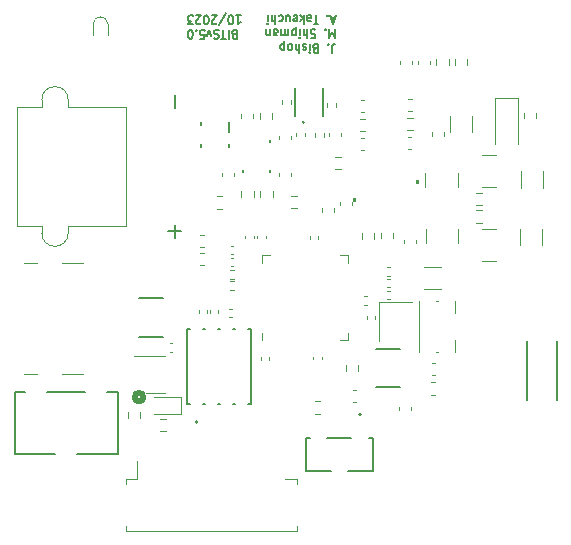
<source format=gbr>
%TF.GenerationSoftware,KiCad,Pcbnew,7.0.2*%
%TF.CreationDate,2023-10-17T14:13:15-04:00*%
%TF.ProjectId,BITSv5,42495453-7635-42e6-9b69-6361645f7063,rev?*%
%TF.SameCoordinates,Original*%
%TF.FileFunction,Legend,Top*%
%TF.FilePolarity,Positive*%
%FSLAX46Y46*%
G04 Gerber Fmt 4.6, Leading zero omitted, Abs format (unit mm)*
G04 Created by KiCad (PCBNEW 7.0.2) date 2023-10-17 14:13:15*
%MOMM*%
%LPD*%
G01*
G04 APERTURE LIST*
%ADD10C,0.150000*%
%ADD11C,0.152400*%
%ADD12C,0.120000*%
%ADD13C,0.508000*%
%ADD14C,0.200000*%
%ADD15C,0.100000*%
G04 APERTURE END LIST*
D10*
X132683333Y-46091785D02*
X132683333Y-45556071D01*
X132683333Y-45556071D02*
X132716666Y-45448928D01*
X132716666Y-45448928D02*
X132783333Y-45377500D01*
X132783333Y-45377500D02*
X132883333Y-45341785D01*
X132883333Y-45341785D02*
X132950000Y-45341785D01*
X132350000Y-45413214D02*
X132316667Y-45377500D01*
X132316667Y-45377500D02*
X132350000Y-45341785D01*
X132350000Y-45341785D02*
X132383333Y-45377500D01*
X132383333Y-45377500D02*
X132350000Y-45413214D01*
X132350000Y-45413214D02*
X132350000Y-45341785D01*
X131250001Y-45734642D02*
X131150001Y-45698928D01*
X131150001Y-45698928D02*
X131116667Y-45663214D01*
X131116667Y-45663214D02*
X131083334Y-45591785D01*
X131083334Y-45591785D02*
X131083334Y-45484642D01*
X131083334Y-45484642D02*
X131116667Y-45413214D01*
X131116667Y-45413214D02*
X131150001Y-45377500D01*
X131150001Y-45377500D02*
X131216667Y-45341785D01*
X131216667Y-45341785D02*
X131483334Y-45341785D01*
X131483334Y-45341785D02*
X131483334Y-46091785D01*
X131483334Y-46091785D02*
X131250001Y-46091785D01*
X131250001Y-46091785D02*
X131183334Y-46056071D01*
X131183334Y-46056071D02*
X131150001Y-46020357D01*
X131150001Y-46020357D02*
X131116667Y-45948928D01*
X131116667Y-45948928D02*
X131116667Y-45877500D01*
X131116667Y-45877500D02*
X131150001Y-45806071D01*
X131150001Y-45806071D02*
X131183334Y-45770357D01*
X131183334Y-45770357D02*
X131250001Y-45734642D01*
X131250001Y-45734642D02*
X131483334Y-45734642D01*
X130783334Y-45341785D02*
X130783334Y-45841785D01*
X130783334Y-46091785D02*
X130816667Y-46056071D01*
X130816667Y-46056071D02*
X130783334Y-46020357D01*
X130783334Y-46020357D02*
X130750001Y-46056071D01*
X130750001Y-46056071D02*
X130783334Y-46091785D01*
X130783334Y-46091785D02*
X130783334Y-46020357D01*
X130483334Y-45377500D02*
X130416668Y-45341785D01*
X130416668Y-45341785D02*
X130283334Y-45341785D01*
X130283334Y-45341785D02*
X130216668Y-45377500D01*
X130216668Y-45377500D02*
X130183334Y-45448928D01*
X130183334Y-45448928D02*
X130183334Y-45484642D01*
X130183334Y-45484642D02*
X130216668Y-45556071D01*
X130216668Y-45556071D02*
X130283334Y-45591785D01*
X130283334Y-45591785D02*
X130383334Y-45591785D01*
X130383334Y-45591785D02*
X130450001Y-45627500D01*
X130450001Y-45627500D02*
X130483334Y-45698928D01*
X130483334Y-45698928D02*
X130483334Y-45734642D01*
X130483334Y-45734642D02*
X130450001Y-45806071D01*
X130450001Y-45806071D02*
X130383334Y-45841785D01*
X130383334Y-45841785D02*
X130283334Y-45841785D01*
X130283334Y-45841785D02*
X130216668Y-45806071D01*
X129883334Y-45341785D02*
X129883334Y-46091785D01*
X129583334Y-45341785D02*
X129583334Y-45734642D01*
X129583334Y-45734642D02*
X129616667Y-45806071D01*
X129616667Y-45806071D02*
X129683334Y-45841785D01*
X129683334Y-45841785D02*
X129783334Y-45841785D01*
X129783334Y-45841785D02*
X129850001Y-45806071D01*
X129850001Y-45806071D02*
X129883334Y-45770357D01*
X129150001Y-45341785D02*
X129216668Y-45377500D01*
X129216668Y-45377500D02*
X129250001Y-45413214D01*
X129250001Y-45413214D02*
X129283334Y-45484642D01*
X129283334Y-45484642D02*
X129283334Y-45698928D01*
X129283334Y-45698928D02*
X129250001Y-45770357D01*
X129250001Y-45770357D02*
X129216668Y-45806071D01*
X129216668Y-45806071D02*
X129150001Y-45841785D01*
X129150001Y-45841785D02*
X129050001Y-45841785D01*
X129050001Y-45841785D02*
X128983334Y-45806071D01*
X128983334Y-45806071D02*
X128950001Y-45770357D01*
X128950001Y-45770357D02*
X128916668Y-45698928D01*
X128916668Y-45698928D02*
X128916668Y-45484642D01*
X128916668Y-45484642D02*
X128950001Y-45413214D01*
X128950001Y-45413214D02*
X128983334Y-45377500D01*
X128983334Y-45377500D02*
X129050001Y-45341785D01*
X129050001Y-45341785D02*
X129150001Y-45341785D01*
X128616668Y-45841785D02*
X128616668Y-45091785D01*
X128616668Y-45806071D02*
X128550001Y-45841785D01*
X128550001Y-45841785D02*
X128416668Y-45841785D01*
X128416668Y-45841785D02*
X128350001Y-45806071D01*
X128350001Y-45806071D02*
X128316668Y-45770357D01*
X128316668Y-45770357D02*
X128283335Y-45698928D01*
X128283335Y-45698928D02*
X128283335Y-45484642D01*
X128283335Y-45484642D02*
X128316668Y-45413214D01*
X128316668Y-45413214D02*
X128350001Y-45377500D01*
X128350001Y-45377500D02*
X128416668Y-45341785D01*
X128416668Y-45341785D02*
X128550001Y-45341785D01*
X128550001Y-45341785D02*
X128616668Y-45377500D01*
X132883333Y-44126785D02*
X132883333Y-44876785D01*
X132883333Y-44876785D02*
X132650000Y-44341071D01*
X132650000Y-44341071D02*
X132416666Y-44876785D01*
X132416666Y-44876785D02*
X132416666Y-44126785D01*
X132083333Y-44198214D02*
X132050000Y-44162500D01*
X132050000Y-44162500D02*
X132083333Y-44126785D01*
X132083333Y-44126785D02*
X132116666Y-44162500D01*
X132116666Y-44162500D02*
X132083333Y-44198214D01*
X132083333Y-44198214D02*
X132083333Y-44126785D01*
X131250000Y-44162500D02*
X131150000Y-44126785D01*
X131150000Y-44126785D02*
X130983334Y-44126785D01*
X130983334Y-44126785D02*
X130916667Y-44162500D01*
X130916667Y-44162500D02*
X130883334Y-44198214D01*
X130883334Y-44198214D02*
X130850000Y-44269642D01*
X130850000Y-44269642D02*
X130850000Y-44341071D01*
X130850000Y-44341071D02*
X130883334Y-44412500D01*
X130883334Y-44412500D02*
X130916667Y-44448214D01*
X130916667Y-44448214D02*
X130983334Y-44483928D01*
X130983334Y-44483928D02*
X131116667Y-44519642D01*
X131116667Y-44519642D02*
X131183334Y-44555357D01*
X131183334Y-44555357D02*
X131216667Y-44591071D01*
X131216667Y-44591071D02*
X131250000Y-44662500D01*
X131250000Y-44662500D02*
X131250000Y-44733928D01*
X131250000Y-44733928D02*
X131216667Y-44805357D01*
X131216667Y-44805357D02*
X131183334Y-44841071D01*
X131183334Y-44841071D02*
X131116667Y-44876785D01*
X131116667Y-44876785D02*
X130950000Y-44876785D01*
X130950000Y-44876785D02*
X130850000Y-44841071D01*
X130550000Y-44126785D02*
X130550000Y-44876785D01*
X130250000Y-44126785D02*
X130250000Y-44519642D01*
X130250000Y-44519642D02*
X130283333Y-44591071D01*
X130283333Y-44591071D02*
X130350000Y-44626785D01*
X130350000Y-44626785D02*
X130450000Y-44626785D01*
X130450000Y-44626785D02*
X130516667Y-44591071D01*
X130516667Y-44591071D02*
X130550000Y-44555357D01*
X129916667Y-44126785D02*
X129916667Y-44626785D01*
X129916667Y-44876785D02*
X129950000Y-44841071D01*
X129950000Y-44841071D02*
X129916667Y-44805357D01*
X129916667Y-44805357D02*
X129883334Y-44841071D01*
X129883334Y-44841071D02*
X129916667Y-44876785D01*
X129916667Y-44876785D02*
X129916667Y-44805357D01*
X129583334Y-44626785D02*
X129583334Y-43876785D01*
X129583334Y-44591071D02*
X129516667Y-44626785D01*
X129516667Y-44626785D02*
X129383334Y-44626785D01*
X129383334Y-44626785D02*
X129316667Y-44591071D01*
X129316667Y-44591071D02*
X129283334Y-44555357D01*
X129283334Y-44555357D02*
X129250001Y-44483928D01*
X129250001Y-44483928D02*
X129250001Y-44269642D01*
X129250001Y-44269642D02*
X129283334Y-44198214D01*
X129283334Y-44198214D02*
X129316667Y-44162500D01*
X129316667Y-44162500D02*
X129383334Y-44126785D01*
X129383334Y-44126785D02*
X129516667Y-44126785D01*
X129516667Y-44126785D02*
X129583334Y-44162500D01*
X128950001Y-44126785D02*
X128950001Y-44626785D01*
X128950001Y-44555357D02*
X128916668Y-44591071D01*
X128916668Y-44591071D02*
X128850001Y-44626785D01*
X128850001Y-44626785D02*
X128750001Y-44626785D01*
X128750001Y-44626785D02*
X128683334Y-44591071D01*
X128683334Y-44591071D02*
X128650001Y-44519642D01*
X128650001Y-44519642D02*
X128650001Y-44126785D01*
X128650001Y-44519642D02*
X128616668Y-44591071D01*
X128616668Y-44591071D02*
X128550001Y-44626785D01*
X128550001Y-44626785D02*
X128450001Y-44626785D01*
X128450001Y-44626785D02*
X128383334Y-44591071D01*
X128383334Y-44591071D02*
X128350001Y-44519642D01*
X128350001Y-44519642D02*
X128350001Y-44126785D01*
X127716668Y-44126785D02*
X127716668Y-44519642D01*
X127716668Y-44519642D02*
X127750001Y-44591071D01*
X127750001Y-44591071D02*
X127816668Y-44626785D01*
X127816668Y-44626785D02*
X127950001Y-44626785D01*
X127950001Y-44626785D02*
X128016668Y-44591071D01*
X127716668Y-44162500D02*
X127783335Y-44126785D01*
X127783335Y-44126785D02*
X127950001Y-44126785D01*
X127950001Y-44126785D02*
X128016668Y-44162500D01*
X128016668Y-44162500D02*
X128050001Y-44233928D01*
X128050001Y-44233928D02*
X128050001Y-44305357D01*
X128050001Y-44305357D02*
X128016668Y-44376785D01*
X128016668Y-44376785D02*
X127950001Y-44412500D01*
X127950001Y-44412500D02*
X127783335Y-44412500D01*
X127783335Y-44412500D02*
X127716668Y-44448214D01*
X127383335Y-44626785D02*
X127383335Y-44126785D01*
X127383335Y-44555357D02*
X127350002Y-44591071D01*
X127350002Y-44591071D02*
X127283335Y-44626785D01*
X127283335Y-44626785D02*
X127183335Y-44626785D01*
X127183335Y-44626785D02*
X127116668Y-44591071D01*
X127116668Y-44591071D02*
X127083335Y-44519642D01*
X127083335Y-44519642D02*
X127083335Y-44126785D01*
X132916666Y-43126071D02*
X132583333Y-43126071D01*
X132983333Y-42911785D02*
X132750000Y-43661785D01*
X132750000Y-43661785D02*
X132516666Y-42911785D01*
X132283333Y-42983214D02*
X132250000Y-42947500D01*
X132250000Y-42947500D02*
X132283333Y-42911785D01*
X132283333Y-42911785D02*
X132316666Y-42947500D01*
X132316666Y-42947500D02*
X132283333Y-42983214D01*
X132283333Y-42983214D02*
X132283333Y-42911785D01*
X131516667Y-43661785D02*
X131116667Y-43661785D01*
X131316667Y-42911785D02*
X131316667Y-43661785D01*
X130583334Y-42911785D02*
X130583334Y-43304642D01*
X130583334Y-43304642D02*
X130616667Y-43376071D01*
X130616667Y-43376071D02*
X130683334Y-43411785D01*
X130683334Y-43411785D02*
X130816667Y-43411785D01*
X130816667Y-43411785D02*
X130883334Y-43376071D01*
X130583334Y-42947500D02*
X130650001Y-42911785D01*
X130650001Y-42911785D02*
X130816667Y-42911785D01*
X130816667Y-42911785D02*
X130883334Y-42947500D01*
X130883334Y-42947500D02*
X130916667Y-43018928D01*
X130916667Y-43018928D02*
X130916667Y-43090357D01*
X130916667Y-43090357D02*
X130883334Y-43161785D01*
X130883334Y-43161785D02*
X130816667Y-43197500D01*
X130816667Y-43197500D02*
X130650001Y-43197500D01*
X130650001Y-43197500D02*
X130583334Y-43233214D01*
X130250001Y-42911785D02*
X130250001Y-43661785D01*
X130183334Y-43197500D02*
X129983334Y-42911785D01*
X129983334Y-43411785D02*
X130250001Y-43126071D01*
X129416667Y-42947500D02*
X129483334Y-42911785D01*
X129483334Y-42911785D02*
X129616667Y-42911785D01*
X129616667Y-42911785D02*
X129683334Y-42947500D01*
X129683334Y-42947500D02*
X129716667Y-43018928D01*
X129716667Y-43018928D02*
X129716667Y-43304642D01*
X129716667Y-43304642D02*
X129683334Y-43376071D01*
X129683334Y-43376071D02*
X129616667Y-43411785D01*
X129616667Y-43411785D02*
X129483334Y-43411785D01*
X129483334Y-43411785D02*
X129416667Y-43376071D01*
X129416667Y-43376071D02*
X129383334Y-43304642D01*
X129383334Y-43304642D02*
X129383334Y-43233214D01*
X129383334Y-43233214D02*
X129716667Y-43161785D01*
X128783334Y-43411785D02*
X128783334Y-42911785D01*
X129083334Y-43411785D02*
X129083334Y-43018928D01*
X129083334Y-43018928D02*
X129050001Y-42947500D01*
X129050001Y-42947500D02*
X128983334Y-42911785D01*
X128983334Y-42911785D02*
X128883334Y-42911785D01*
X128883334Y-42911785D02*
X128816667Y-42947500D01*
X128816667Y-42947500D02*
X128783334Y-42983214D01*
X128150001Y-42947500D02*
X128216668Y-42911785D01*
X128216668Y-42911785D02*
X128350001Y-42911785D01*
X128350001Y-42911785D02*
X128416668Y-42947500D01*
X128416668Y-42947500D02*
X128450001Y-42983214D01*
X128450001Y-42983214D02*
X128483334Y-43054642D01*
X128483334Y-43054642D02*
X128483334Y-43268928D01*
X128483334Y-43268928D02*
X128450001Y-43340357D01*
X128450001Y-43340357D02*
X128416668Y-43376071D01*
X128416668Y-43376071D02*
X128350001Y-43411785D01*
X128350001Y-43411785D02*
X128216668Y-43411785D01*
X128216668Y-43411785D02*
X128150001Y-43376071D01*
X127850001Y-42911785D02*
X127850001Y-43661785D01*
X127550001Y-42911785D02*
X127550001Y-43304642D01*
X127550001Y-43304642D02*
X127583334Y-43376071D01*
X127583334Y-43376071D02*
X127650001Y-43411785D01*
X127650001Y-43411785D02*
X127750001Y-43411785D01*
X127750001Y-43411785D02*
X127816668Y-43376071D01*
X127816668Y-43376071D02*
X127850001Y-43340357D01*
X127216668Y-42911785D02*
X127216668Y-43411785D01*
X127216668Y-43661785D02*
X127250001Y-43626071D01*
X127250001Y-43626071D02*
X127216668Y-43590357D01*
X127216668Y-43590357D02*
X127183335Y-43626071D01*
X127183335Y-43626071D02*
X127216668Y-43661785D01*
X127216668Y-43661785D02*
X127216668Y-43590357D01*
X124373333Y-44549642D02*
X124273333Y-44513928D01*
X124273333Y-44513928D02*
X124239999Y-44478214D01*
X124239999Y-44478214D02*
X124206666Y-44406785D01*
X124206666Y-44406785D02*
X124206666Y-44299642D01*
X124206666Y-44299642D02*
X124239999Y-44228214D01*
X124239999Y-44228214D02*
X124273333Y-44192500D01*
X124273333Y-44192500D02*
X124339999Y-44156785D01*
X124339999Y-44156785D02*
X124606666Y-44156785D01*
X124606666Y-44156785D02*
X124606666Y-44906785D01*
X124606666Y-44906785D02*
X124373333Y-44906785D01*
X124373333Y-44906785D02*
X124306666Y-44871071D01*
X124306666Y-44871071D02*
X124273333Y-44835357D01*
X124273333Y-44835357D02*
X124239999Y-44763928D01*
X124239999Y-44763928D02*
X124239999Y-44692500D01*
X124239999Y-44692500D02*
X124273333Y-44621071D01*
X124273333Y-44621071D02*
X124306666Y-44585357D01*
X124306666Y-44585357D02*
X124373333Y-44549642D01*
X124373333Y-44549642D02*
X124606666Y-44549642D01*
X123906666Y-44156785D02*
X123906666Y-44906785D01*
X123673333Y-44906785D02*
X123273333Y-44906785D01*
X123473333Y-44156785D02*
X123473333Y-44906785D01*
X123073333Y-44192500D02*
X122973333Y-44156785D01*
X122973333Y-44156785D02*
X122806667Y-44156785D01*
X122806667Y-44156785D02*
X122740000Y-44192500D01*
X122740000Y-44192500D02*
X122706667Y-44228214D01*
X122706667Y-44228214D02*
X122673333Y-44299642D01*
X122673333Y-44299642D02*
X122673333Y-44371071D01*
X122673333Y-44371071D02*
X122706667Y-44442500D01*
X122706667Y-44442500D02*
X122740000Y-44478214D01*
X122740000Y-44478214D02*
X122806667Y-44513928D01*
X122806667Y-44513928D02*
X122940000Y-44549642D01*
X122940000Y-44549642D02*
X123006667Y-44585357D01*
X123006667Y-44585357D02*
X123040000Y-44621071D01*
X123040000Y-44621071D02*
X123073333Y-44692500D01*
X123073333Y-44692500D02*
X123073333Y-44763928D01*
X123073333Y-44763928D02*
X123040000Y-44835357D01*
X123040000Y-44835357D02*
X123006667Y-44871071D01*
X123006667Y-44871071D02*
X122940000Y-44906785D01*
X122940000Y-44906785D02*
X122773333Y-44906785D01*
X122773333Y-44906785D02*
X122673333Y-44871071D01*
X122440000Y-44656785D02*
X122273333Y-44156785D01*
X122273333Y-44156785D02*
X122106666Y-44656785D01*
X121506667Y-44906785D02*
X121840000Y-44906785D01*
X121840000Y-44906785D02*
X121873333Y-44549642D01*
X121873333Y-44549642D02*
X121840000Y-44585357D01*
X121840000Y-44585357D02*
X121773333Y-44621071D01*
X121773333Y-44621071D02*
X121606667Y-44621071D01*
X121606667Y-44621071D02*
X121540000Y-44585357D01*
X121540000Y-44585357D02*
X121506667Y-44549642D01*
X121506667Y-44549642D02*
X121473333Y-44478214D01*
X121473333Y-44478214D02*
X121473333Y-44299642D01*
X121473333Y-44299642D02*
X121506667Y-44228214D01*
X121506667Y-44228214D02*
X121540000Y-44192500D01*
X121540000Y-44192500D02*
X121606667Y-44156785D01*
X121606667Y-44156785D02*
X121773333Y-44156785D01*
X121773333Y-44156785D02*
X121840000Y-44192500D01*
X121840000Y-44192500D02*
X121873333Y-44228214D01*
X121173333Y-44228214D02*
X121140000Y-44192500D01*
X121140000Y-44192500D02*
X121173333Y-44156785D01*
X121173333Y-44156785D02*
X121206666Y-44192500D01*
X121206666Y-44192500D02*
X121173333Y-44228214D01*
X121173333Y-44228214D02*
X121173333Y-44156785D01*
X120706667Y-44906785D02*
X120640000Y-44906785D01*
X120640000Y-44906785D02*
X120573333Y-44871071D01*
X120573333Y-44871071D02*
X120540000Y-44835357D01*
X120540000Y-44835357D02*
X120506667Y-44763928D01*
X120506667Y-44763928D02*
X120473333Y-44621071D01*
X120473333Y-44621071D02*
X120473333Y-44442500D01*
X120473333Y-44442500D02*
X120506667Y-44299642D01*
X120506667Y-44299642D02*
X120540000Y-44228214D01*
X120540000Y-44228214D02*
X120573333Y-44192500D01*
X120573333Y-44192500D02*
X120640000Y-44156785D01*
X120640000Y-44156785D02*
X120706667Y-44156785D01*
X120706667Y-44156785D02*
X120773333Y-44192500D01*
X120773333Y-44192500D02*
X120806667Y-44228214D01*
X120806667Y-44228214D02*
X120840000Y-44299642D01*
X120840000Y-44299642D02*
X120873333Y-44442500D01*
X120873333Y-44442500D02*
X120873333Y-44621071D01*
X120873333Y-44621071D02*
X120840000Y-44763928D01*
X120840000Y-44763928D02*
X120806667Y-44835357D01*
X120806667Y-44835357D02*
X120773333Y-44871071D01*
X120773333Y-44871071D02*
X120706667Y-44906785D01*
X124540001Y-42941785D02*
X124940001Y-42941785D01*
X124740001Y-42941785D02*
X124740001Y-43691785D01*
X124740001Y-43691785D02*
X124806668Y-43584642D01*
X124806668Y-43584642D02*
X124873335Y-43513214D01*
X124873335Y-43513214D02*
X124940001Y-43477500D01*
X124106668Y-43691785D02*
X124040001Y-43691785D01*
X124040001Y-43691785D02*
X123973334Y-43656071D01*
X123973334Y-43656071D02*
X123940001Y-43620357D01*
X123940001Y-43620357D02*
X123906668Y-43548928D01*
X123906668Y-43548928D02*
X123873334Y-43406071D01*
X123873334Y-43406071D02*
X123873334Y-43227500D01*
X123873334Y-43227500D02*
X123906668Y-43084642D01*
X123906668Y-43084642D02*
X123940001Y-43013214D01*
X123940001Y-43013214D02*
X123973334Y-42977500D01*
X123973334Y-42977500D02*
X124040001Y-42941785D01*
X124040001Y-42941785D02*
X124106668Y-42941785D01*
X124106668Y-42941785D02*
X124173334Y-42977500D01*
X124173334Y-42977500D02*
X124206668Y-43013214D01*
X124206668Y-43013214D02*
X124240001Y-43084642D01*
X124240001Y-43084642D02*
X124273334Y-43227500D01*
X124273334Y-43227500D02*
X124273334Y-43406071D01*
X124273334Y-43406071D02*
X124240001Y-43548928D01*
X124240001Y-43548928D02*
X124206668Y-43620357D01*
X124206668Y-43620357D02*
X124173334Y-43656071D01*
X124173334Y-43656071D02*
X124106668Y-43691785D01*
X123073334Y-43727500D02*
X123673334Y-42763214D01*
X122873334Y-43620357D02*
X122840001Y-43656071D01*
X122840001Y-43656071D02*
X122773334Y-43691785D01*
X122773334Y-43691785D02*
X122606668Y-43691785D01*
X122606668Y-43691785D02*
X122540001Y-43656071D01*
X122540001Y-43656071D02*
X122506668Y-43620357D01*
X122506668Y-43620357D02*
X122473334Y-43548928D01*
X122473334Y-43548928D02*
X122473334Y-43477500D01*
X122473334Y-43477500D02*
X122506668Y-43370357D01*
X122506668Y-43370357D02*
X122906668Y-42941785D01*
X122906668Y-42941785D02*
X122473334Y-42941785D01*
X122040001Y-43691785D02*
X121973334Y-43691785D01*
X121973334Y-43691785D02*
X121906667Y-43656071D01*
X121906667Y-43656071D02*
X121873334Y-43620357D01*
X121873334Y-43620357D02*
X121840001Y-43548928D01*
X121840001Y-43548928D02*
X121806667Y-43406071D01*
X121806667Y-43406071D02*
X121806667Y-43227500D01*
X121806667Y-43227500D02*
X121840001Y-43084642D01*
X121840001Y-43084642D02*
X121873334Y-43013214D01*
X121873334Y-43013214D02*
X121906667Y-42977500D01*
X121906667Y-42977500D02*
X121973334Y-42941785D01*
X121973334Y-42941785D02*
X122040001Y-42941785D01*
X122040001Y-42941785D02*
X122106667Y-42977500D01*
X122106667Y-42977500D02*
X122140001Y-43013214D01*
X122140001Y-43013214D02*
X122173334Y-43084642D01*
X122173334Y-43084642D02*
X122206667Y-43227500D01*
X122206667Y-43227500D02*
X122206667Y-43406071D01*
X122206667Y-43406071D02*
X122173334Y-43548928D01*
X122173334Y-43548928D02*
X122140001Y-43620357D01*
X122140001Y-43620357D02*
X122106667Y-43656071D01*
X122106667Y-43656071D02*
X122040001Y-43691785D01*
X121540000Y-43620357D02*
X121506667Y-43656071D01*
X121506667Y-43656071D02*
X121440000Y-43691785D01*
X121440000Y-43691785D02*
X121273334Y-43691785D01*
X121273334Y-43691785D02*
X121206667Y-43656071D01*
X121206667Y-43656071D02*
X121173334Y-43620357D01*
X121173334Y-43620357D02*
X121140000Y-43548928D01*
X121140000Y-43548928D02*
X121140000Y-43477500D01*
X121140000Y-43477500D02*
X121173334Y-43370357D01*
X121173334Y-43370357D02*
X121573334Y-42941785D01*
X121573334Y-42941785D02*
X121140000Y-42941785D01*
X120906667Y-43691785D02*
X120473333Y-43691785D01*
X120473333Y-43691785D02*
X120706667Y-43406071D01*
X120706667Y-43406071D02*
X120606667Y-43406071D01*
X120606667Y-43406071D02*
X120540000Y-43370357D01*
X120540000Y-43370357D02*
X120506667Y-43334642D01*
X120506667Y-43334642D02*
X120473333Y-43263214D01*
X120473333Y-43263214D02*
X120473333Y-43084642D01*
X120473333Y-43084642D02*
X120506667Y-43013214D01*
X120506667Y-43013214D02*
X120540000Y-42977500D01*
X120540000Y-42977500D02*
X120606667Y-42941785D01*
X120606667Y-42941785D02*
X120806667Y-42941785D01*
X120806667Y-42941785D02*
X120873333Y-42977500D01*
X120873333Y-42977500D02*
X120906667Y-43013214D01*
%TO.C,BT1*%
X119327600Y-50794530D02*
X119327600Y-49651673D01*
X119327600Y-61794530D02*
X119327600Y-60651673D01*
X119899028Y-61223101D02*
X118756171Y-61223101D01*
D11*
%TO.C,U10*%
X118348400Y-66897102D02*
X116341800Y-66897102D01*
X116341800Y-70199102D02*
X118348400Y-70199102D01*
%TO.C,U7*%
X138403300Y-71149400D02*
X136396700Y-71149400D01*
X136396700Y-74400600D02*
X138403300Y-74400600D01*
D12*
%TO.C,R20*%
X129155000Y-50091359D02*
X129155000Y-50398641D01*
X128395000Y-50091359D02*
X128395000Y-50398641D01*
%TO.C,C35*%
X128195000Y-56244420D02*
X128195000Y-56525580D01*
X129215000Y-56244420D02*
X129215000Y-56525580D01*
%TO.C,R18*%
X131215000Y-53198641D02*
X131215000Y-52891359D01*
X131975000Y-53198641D02*
X131975000Y-52891359D01*
%TO.C,C1*%
X124297836Y-64185600D02*
X124082164Y-64185600D01*
X124297836Y-63465600D02*
X124082164Y-63465600D01*
%TO.C,C25*%
X139763000Y-61966319D02*
X139763000Y-62247479D01*
X138743000Y-61966319D02*
X138743000Y-62247479D01*
D11*
%TO.C,SW3*%
X114541600Y-80082002D02*
X114541600Y-74824202D01*
X114541600Y-74824202D02*
X113629740Y-74824202D01*
X111770460Y-74824202D02*
X108549740Y-74824202D01*
X111089740Y-80082002D02*
X114541600Y-80082002D01*
X106690460Y-74824202D02*
X105778600Y-74824202D01*
X105778600Y-80082002D02*
X109230460Y-80082002D01*
X105778600Y-74824202D02*
X105778600Y-80082002D01*
D13*
X116700600Y-75255001D02*
G75*
G03*
X116700600Y-75255001I-381000J0D01*
G01*
D12*
%TO.C,C42*%
X141059420Y-74015000D02*
X141340580Y-74015000D01*
X141059420Y-75035000D02*
X141340580Y-75035000D01*
%TO.C,L1*%
X140583000Y-62238963D02*
X140583000Y-61034835D01*
X143303000Y-62238963D02*
X143303000Y-61034835D01*
%TO.C,U1*%
X133990000Y-70458100D02*
X133340000Y-70458100D01*
X126770000Y-69808100D02*
X126770000Y-70458100D01*
X133990000Y-69808100D02*
X133990000Y-70458100D01*
X126770000Y-63888100D02*
X126770000Y-63238100D01*
X133990000Y-63888100D02*
X133990000Y-63238100D01*
X126770000Y-63238100D02*
X127420000Y-63238100D01*
X133990000Y-63238100D02*
X133340000Y-63238100D01*
%TO.C,R24*%
X143052500Y-47137258D02*
X143052500Y-46662742D01*
X144097500Y-47137258D02*
X144097500Y-46662742D01*
%TO.C,R19*%
X132275000Y-50688641D02*
X132275000Y-50381359D01*
X133035000Y-50688641D02*
X133035000Y-50381359D01*
%TO.C,C37*%
X129635000Y-53142836D02*
X129635000Y-52927164D01*
X130355000Y-53142836D02*
X130355000Y-52927164D01*
%TO.C,R5*%
X135607836Y-67425600D02*
X135392164Y-67425600D01*
X135607836Y-66705600D02*
X135392164Y-66705600D01*
%TO.C,C43*%
X141084420Y-72390000D02*
X141365580Y-72390000D01*
X141084420Y-73410000D02*
X141365580Y-73410000D01*
%TO.C,C36*%
X129215000Y-53425580D02*
X129215000Y-53144420D01*
X128195000Y-53425580D02*
X128195000Y-53144420D01*
%TO.C,R17*%
X127577500Y-51697258D02*
X127577500Y-51222742D01*
X126532500Y-51697258D02*
X126532500Y-51222742D01*
%TO.C,C21*%
X133403000Y-52896319D02*
X133403000Y-53177479D01*
X132383000Y-52896319D02*
X132383000Y-53177479D01*
%TO.C,R33*%
X135160500Y-61839157D02*
X135160500Y-61364641D01*
X136205500Y-61839157D02*
X136205500Y-61364641D01*
%TO.C,J2*%
X109795100Y-63928102D02*
X111595100Y-63928102D01*
X107695100Y-63928102D02*
X106545100Y-63928102D01*
X109795100Y-73268102D02*
X111595100Y-73268102D01*
X107695100Y-73268102D02*
X106545100Y-73268102D01*
%TO.C,R34*%
X133410258Y-54884399D02*
X132935742Y-54884399D01*
X133410258Y-55929399D02*
X132935742Y-55929399D01*
%TO.C,L2*%
X143293000Y-56274835D02*
X143293000Y-57478963D01*
X140573000Y-56274835D02*
X140573000Y-57478963D01*
%TO.C,C9*%
X130770000Y-61863436D02*
X130770000Y-61647764D01*
X131490000Y-61863436D02*
X131490000Y-61647764D01*
%TO.C,C20*%
X142663000Y-52843151D02*
X142663000Y-51420647D01*
X144483000Y-52843151D02*
X144483000Y-51420647D01*
%TO.C,Q1*%
X117707500Y-71790000D02*
X115907500Y-71790000D01*
X117707500Y-71790000D02*
X118507500Y-71790000D01*
X117707500Y-74910000D02*
X116907500Y-74910000D01*
X117707500Y-74910000D02*
X118507500Y-74910000D01*
%TO.C,C28*%
X148665000Y-57561252D02*
X148665000Y-56138748D01*
X150485000Y-57561252D02*
X150485000Y-56138748D01*
%TO.C,C39*%
X139965000Y-47040580D02*
X139965000Y-46759420D01*
X140985000Y-47040580D02*
X140985000Y-46759420D01*
D14*
%TO.C,U6*%
X127430000Y-56210002D02*
X127430000Y-55985001D01*
X127430000Y-53685001D02*
X127430000Y-53460000D01*
X125130000Y-56210002D02*
X125130000Y-55985001D01*
D12*
%TO.C,C13*%
X136330000Y-68397764D02*
X136330000Y-68613436D01*
X135610000Y-68397764D02*
X135610000Y-68613436D01*
D15*
%TO.C,J3*%
X113695000Y-43691000D02*
X113695000Y-44580000D01*
X112425000Y-43691000D02*
X112425000Y-44580000D01*
X113695000Y-43691000D02*
G75*
G03*
X112425000Y-43691000I-635000J0D01*
G01*
D12*
%TO.C,C33*%
X125940000Y-51600580D02*
X125940000Y-51319420D01*
X124920000Y-51600580D02*
X124920000Y-51319420D01*
%TO.C,C23*%
X135368580Y-54306899D02*
X135087420Y-54306899D01*
X135368580Y-53286899D02*
X135087420Y-53286899D01*
%TO.C,J1*%
X115195000Y-82195000D02*
X116145000Y-82195000D01*
X115195000Y-82645000D02*
X115195000Y-82195000D01*
X115195000Y-86165000D02*
X115195000Y-86615000D01*
X115195000Y-86615000D02*
X129665000Y-86615000D01*
X116145000Y-82195000D02*
X116145000Y-80705000D01*
X129665000Y-82195000D02*
X128715000Y-82195000D01*
X129665000Y-82645000D02*
X129665000Y-82195000D01*
X129665000Y-86615000D02*
X129665000Y-86165000D01*
%TO.C,R14*%
X148927500Y-51662258D02*
X148927500Y-51187742D01*
X149972500Y-51662258D02*
X149972500Y-51187742D01*
%TO.C,C10*%
X131780000Y-71837764D02*
X131780000Y-72053436D01*
X131060000Y-71837764D02*
X131060000Y-72053436D01*
%TO.C,R22*%
X126027500Y-58272258D02*
X126027500Y-57797742D01*
X124982500Y-58272258D02*
X124982500Y-57797742D01*
%TO.C,C26*%
X121509420Y-63065000D02*
X121790580Y-63065000D01*
X121509420Y-64085000D02*
X121790580Y-64085000D01*
%TO.C,R10*%
X145362258Y-59022500D02*
X144887742Y-59022500D01*
X145362258Y-57977500D02*
X144887742Y-57977500D01*
%TO.C,SW1*%
X141500000Y-67075000D02*
X141600000Y-67075000D01*
X140000000Y-67075000D02*
X140000000Y-71475000D01*
X143100000Y-68125000D02*
X143100000Y-67075000D01*
X143100000Y-71475000D02*
X143100000Y-70425000D01*
X141500000Y-71475000D02*
X141600000Y-71475000D01*
%TO.C,C6*%
X123035000Y-67917164D02*
X123035000Y-68132836D01*
X122315000Y-67917164D02*
X122315000Y-68132836D01*
D11*
%TO.C,SW2*%
X136107100Y-81496600D02*
X136107100Y-78753400D01*
X136107100Y-78753400D02*
X135763341Y-78753400D01*
X134286662Y-78753400D02*
X132263338Y-78753400D01*
X134013340Y-81496600D02*
X136107100Y-81496600D01*
X130786659Y-78753400D02*
X130442900Y-78753400D01*
X130442900Y-81496600D02*
X132536660Y-81496600D01*
X130442900Y-78753400D02*
X130442900Y-81496600D01*
X135101200Y-76717501D02*
G75*
G03*
X135101200Y-76717501I-76200J0D01*
G01*
D12*
%TO.C,R23*%
X123367258Y-58262500D02*
X122892742Y-58262500D01*
X123367258Y-59307500D02*
X122892742Y-59307500D01*
%TO.C,C38*%
X150435000Y-60988748D02*
X150435000Y-62411252D01*
X148615000Y-60988748D02*
X148615000Y-62411252D01*
%TO.C,R15*%
X127627500Y-58272258D02*
X127627500Y-57797742D01*
X126582500Y-58272258D02*
X126582500Y-57797742D01*
%TO.C,C3*%
X137322164Y-64255600D02*
X137537836Y-64255600D01*
X137322164Y-64975600D02*
X137537836Y-64975600D01*
%TO.C,C12*%
X122085000Y-67907764D02*
X122085000Y-68123436D01*
X121365000Y-67907764D02*
X121365000Y-68123436D01*
%TO.C,Y1*%
X139420000Y-67180600D02*
X136620000Y-67180600D01*
X136620000Y-67180600D02*
X136620000Y-70480600D01*
%TO.C,R32*%
X134990742Y-51674399D02*
X135465258Y-51674399D01*
X134990742Y-52719399D02*
X135465258Y-52719399D01*
%TO.C,C15*%
X132850000Y-59274420D02*
X132850000Y-59555580D01*
X131830000Y-59274420D02*
X131830000Y-59555580D01*
%TO.C,C17*%
X139092420Y-53236899D02*
X139373580Y-53236899D01*
X139092420Y-54256899D02*
X139373580Y-54256899D01*
%TO.C,C19*%
X139122420Y-49986899D02*
X139403580Y-49986899D01*
X139122420Y-51006899D02*
X139403580Y-51006899D01*
%TO.C,C11*%
X137322164Y-65235600D02*
X137537836Y-65235600D01*
X137322164Y-65955600D02*
X137537836Y-65955600D01*
%TO.C,BT1*%
X108095100Y-61373102D02*
X108095100Y-60783102D01*
X110315100Y-61373102D02*
X110315100Y-60783102D01*
X105995100Y-60783102D02*
X108095100Y-60783102D01*
X105995100Y-60783102D02*
X105995100Y-50663102D01*
X110315100Y-60783102D02*
X115215100Y-60783102D01*
X115215100Y-60783102D02*
X115215100Y-50663102D01*
X105995100Y-50663102D02*
X108095100Y-50663102D01*
X108095100Y-50663102D02*
X108095100Y-50073102D01*
X110315100Y-50663102D02*
X115215100Y-50663102D01*
X110315100Y-50663102D02*
X110315100Y-50073102D01*
X108095100Y-61373102D02*
G75*
G03*
X110315100Y-61373102I1110000J0D01*
G01*
X110315100Y-50073102D02*
G75*
G03*
X108095100Y-50073102I-1110000J0D01*
G01*
%TO.C,L4*%
X146527064Y-63735000D02*
X145322936Y-63735000D01*
X146527064Y-61015000D02*
X145322936Y-61015000D01*
%TO.C,R29*%
X136810500Y-61824157D02*
X136810500Y-61349641D01*
X137855500Y-61824157D02*
X137855500Y-61349641D01*
D11*
%TO.C,U8*%
X131902000Y-51467000D02*
X131902000Y-49113000D01*
X129548000Y-49113000D02*
X129548000Y-51467000D01*
X130151172Y-51977541D02*
G75*
G03*
X130298828Y-51977541I73828J-18859D01*
G01*
D12*
%TO.C,C16*%
X141884252Y-66061899D02*
X140461748Y-66061899D01*
X141884252Y-64241899D02*
X140461748Y-64241899D01*
%TO.C,C2*%
X124297836Y-63175600D02*
X124082164Y-63175600D01*
X124297836Y-62455600D02*
X124082164Y-62455600D01*
%TO.C,R2*%
X124036359Y-65455600D02*
X124343641Y-65455600D01*
X124036359Y-66215600D02*
X124343641Y-66215600D01*
%TO.C,R16*%
X129217742Y-59282500D02*
X129692258Y-59282500D01*
X129217742Y-58237500D02*
X129692258Y-58237500D01*
%TO.C,C14*%
X137322164Y-66235600D02*
X137537836Y-66235600D01*
X137322164Y-66955600D02*
X137537836Y-66955600D01*
%TO.C,U5*%
G36*
X134700501Y-58737401D02*
G01*
X134446501Y-58737401D01*
X134446501Y-58356401D01*
X134700501Y-58356401D01*
X134700501Y-58737401D01*
G37*
G36*
X140050299Y-57237399D02*
G01*
X139796299Y-57237399D01*
X139796299Y-56856399D01*
X140050299Y-56856399D01*
X140050299Y-57237399D01*
G37*
%TO.C,C30*%
X139360000Y-76059420D02*
X139360000Y-76340580D01*
X138340000Y-76059420D02*
X138340000Y-76340580D01*
%TO.C,R4*%
X131662258Y-76647500D02*
X131187742Y-76647500D01*
X131662258Y-75602500D02*
X131187742Y-75602500D01*
%TO.C,C41*%
X134715580Y-75660000D02*
X134434420Y-75660000D01*
X134715580Y-74640000D02*
X134434420Y-74640000D01*
%TO.C,C5*%
X127340000Y-71887764D02*
X127340000Y-72103436D01*
X126620000Y-71887764D02*
X126620000Y-72103436D01*
%TO.C,R21*%
X141502500Y-47137258D02*
X141502500Y-46662742D01*
X142547500Y-47137258D02*
X142547500Y-46662742D01*
%TO.C,R12*%
X115395000Y-77027258D02*
X115395000Y-76552742D01*
X116440000Y-77027258D02*
X116440000Y-76552742D01*
%TO.C,R27*%
X139480258Y-52659399D02*
X139005742Y-52659399D01*
X139480258Y-51614399D02*
X139005742Y-51614399D01*
%TO.C,C4*%
X124157836Y-68485600D02*
X123942164Y-68485600D01*
X124157836Y-67765600D02*
X123942164Y-67765600D01*
%TO.C,R1*%
X124036359Y-64455600D02*
X124343641Y-64455600D01*
X124036359Y-65215600D02*
X124343641Y-65215600D01*
%TO.C,C32*%
X126330000Y-61803436D02*
X126330000Y-61587764D01*
X127050000Y-61803436D02*
X127050000Y-61587764D01*
%TO.C,D1*%
X119852500Y-76685000D02*
X119852500Y-75215000D01*
X119852500Y-75215000D02*
X117567500Y-75215000D01*
X117567500Y-76685000D02*
X119852500Y-76685000D01*
%TO.C,C34*%
X123370000Y-56269420D02*
X123370000Y-56550580D01*
X124390000Y-56269420D02*
X124390000Y-56550580D01*
%TO.C,R13*%
X145362258Y-60497500D02*
X144887742Y-60497500D01*
X145362258Y-59452500D02*
X144887742Y-59452500D01*
%TO.C,C40*%
X138415000Y-47040580D02*
X138415000Y-46759420D01*
X139435000Y-47040580D02*
X139435000Y-46759420D01*
%TO.C,C27*%
X121509420Y-61540000D02*
X121790580Y-61540000D01*
X121509420Y-62560000D02*
X121790580Y-62560000D01*
%TO.C,C24*%
X135383580Y-51076899D02*
X135102420Y-51076899D01*
X135383580Y-50056899D02*
X135102420Y-50056899D01*
%TO.C,C7*%
X119142836Y-71395000D02*
X118927164Y-71395000D01*
X119142836Y-70675000D02*
X118927164Y-70675000D01*
D11*
%TO.C,AE2*%
X151669600Y-75461450D02*
X151669600Y-70488550D01*
X149180400Y-70488550D02*
X149180400Y-75461450D01*
D12*
%TO.C,L3*%
X146577064Y-57485000D02*
X145372936Y-57485000D01*
X146577064Y-54765000D02*
X145372936Y-54765000D01*
%TO.C,D2*%
X148425000Y-49940000D02*
X146425000Y-49940000D01*
X148425000Y-49940000D02*
X148425000Y-53800000D01*
X146425000Y-49940000D02*
X146425000Y-53800000D01*
%TO.C,C18*%
X142113000Y-52836319D02*
X142113000Y-53117479D01*
X141093000Y-52836319D02*
X141093000Y-53117479D01*
%TO.C,R11*%
X134872500Y-72537742D02*
X134872500Y-73012258D01*
X133827500Y-72537742D02*
X133827500Y-73012258D01*
%TO.C,C8*%
X125300000Y-61803436D02*
X125300000Y-61587764D01*
X126020000Y-61803436D02*
X126020000Y-61587764D01*
%TO.C,C22*%
X134380000Y-58714420D02*
X134380000Y-58995580D01*
X133360000Y-58714420D02*
X133360000Y-58995580D01*
%TO.C,R3*%
X118594758Y-78112500D02*
X118120242Y-78112500D01*
X118594758Y-77067500D02*
X118120242Y-77067500D01*
D11*
%TO.C,U2*%
X120405300Y-75875800D02*
X120631360Y-75875800D01*
X121728640Y-75875800D02*
X121901360Y-75875800D01*
X122998640Y-75875800D02*
X123171360Y-75875800D01*
X124268640Y-75875800D02*
X124441360Y-75875800D01*
X125538640Y-75875800D02*
X125764700Y-75875800D01*
X125764700Y-75875800D02*
X125764700Y-69525800D01*
X120405300Y-69525800D02*
X120405300Y-75875800D01*
X120631360Y-69525800D02*
X120405300Y-69525800D01*
X121901360Y-69525800D02*
X121728640Y-69525800D01*
X123171360Y-69525800D02*
X122998640Y-69525800D01*
X124441360Y-69525800D02*
X124268640Y-69525800D01*
X125764700Y-69525800D02*
X125538640Y-69525800D01*
X121281600Y-77374400D02*
G75*
G03*
X121281600Y-77374400I-101600J0D01*
G01*
D14*
%TO.C,U9*%
X121550000Y-51980000D02*
X121550000Y-52229999D01*
X123950000Y-51980000D02*
X123950000Y-52830000D01*
X121550000Y-53830001D02*
X121550000Y-54080000D01*
X123950000Y-53830001D02*
X123950000Y-54080000D01*
%TD*%
M02*

</source>
